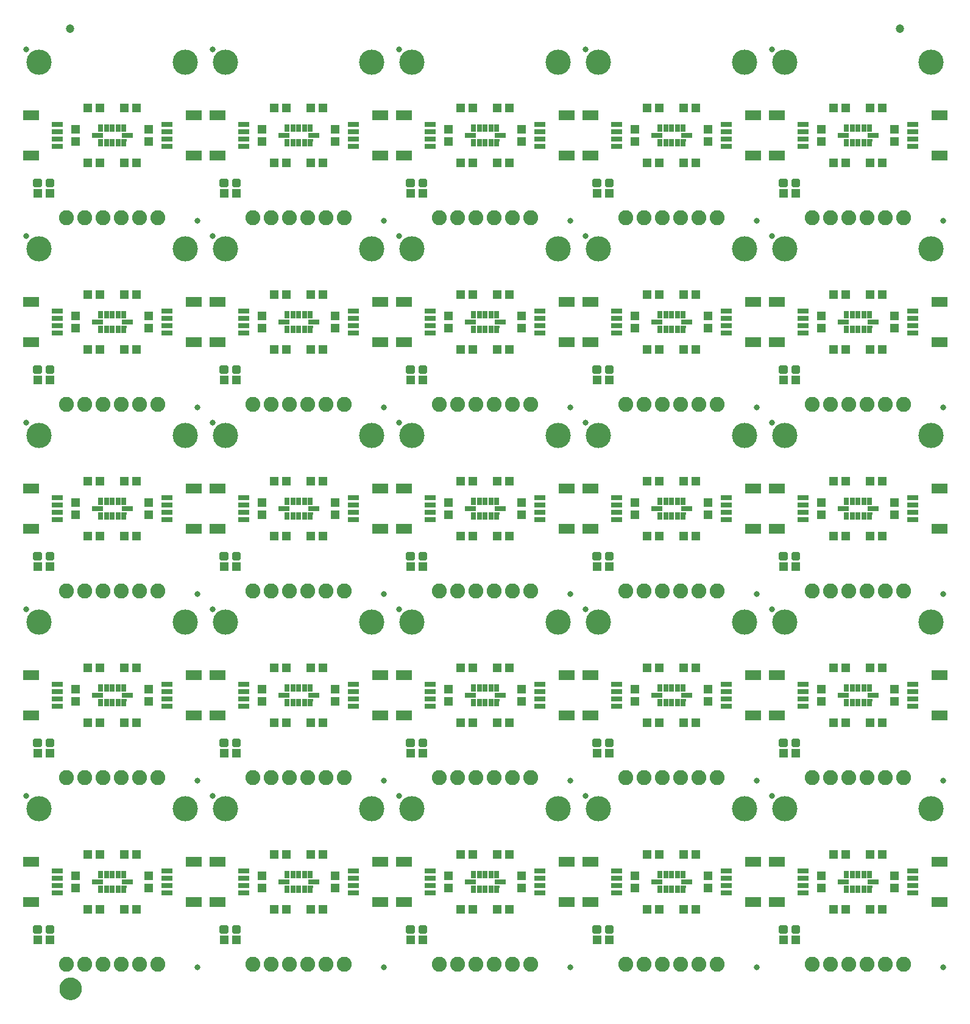
<source format=gts>
G75*
%MOIN*%
%OFA0B0*%
%FSLAX25Y25*%
%IPPOS*%
%LPD*%
%AMOC8*
5,1,8,0,0,1.08239X$1,22.5*
%
%ADD10C,0.13800*%
%ADD11C,0.03300*%
%ADD12R,0.05131X0.04737*%
%ADD13R,0.08674X0.05524*%
%ADD14R,0.06115X0.03162*%
%ADD15C,0.08200*%
%ADD16R,0.04737X0.05131*%
%ADD17R,0.02769X0.04343*%
%ADD18R,0.06312X0.02769*%
%ADD19R,0.02953X0.01772*%
%ADD20C,0.01990*%
%ADD21C,0.04737*%
%ADD22C,0.05000*%
%ADD23C,0.06706*%
D10*
X0043342Y0118750D03*
X0123342Y0118750D03*
X0145342Y0118750D03*
X0225342Y0118750D03*
X0247342Y0118750D03*
X0327342Y0118750D03*
X0349342Y0118750D03*
X0429342Y0118750D03*
X0451342Y0118750D03*
X0531342Y0118750D03*
X0531342Y0220750D03*
X0451342Y0220750D03*
X0429342Y0220750D03*
X0349342Y0220750D03*
X0327342Y0220750D03*
X0247342Y0220750D03*
X0225342Y0220750D03*
X0145342Y0220750D03*
X0123342Y0220750D03*
X0043342Y0220750D03*
X0043342Y0322750D03*
X0123342Y0322750D03*
X0145342Y0322750D03*
X0225342Y0322750D03*
X0247342Y0322750D03*
X0327342Y0322750D03*
X0349342Y0322750D03*
X0429342Y0322750D03*
X0451342Y0322750D03*
X0531342Y0322750D03*
X0531342Y0424750D03*
X0451342Y0424750D03*
X0429342Y0424750D03*
X0349342Y0424750D03*
X0327342Y0424750D03*
X0247342Y0424750D03*
X0225342Y0424750D03*
X0145342Y0424750D03*
X0123342Y0424750D03*
X0043342Y0424750D03*
X0043342Y0526750D03*
X0123342Y0526750D03*
X0145342Y0526750D03*
X0225342Y0526750D03*
X0247342Y0526750D03*
X0327342Y0526750D03*
X0349342Y0526750D03*
X0429342Y0526750D03*
X0451342Y0526750D03*
X0531342Y0526750D03*
D11*
X0444342Y0533750D03*
X0342342Y0533750D03*
X0333842Y0440250D03*
X0342342Y0431750D03*
X0435842Y0440250D03*
X0444342Y0431750D03*
X0537842Y0440250D03*
X0537842Y0338250D03*
X0444342Y0329750D03*
X0435842Y0338250D03*
X0342342Y0329750D03*
X0333842Y0338250D03*
X0240342Y0329750D03*
X0231842Y0338250D03*
X0138342Y0329750D03*
X0129842Y0338250D03*
X0036342Y0329750D03*
X0129842Y0236250D03*
X0138342Y0227750D03*
X0231842Y0236250D03*
X0240342Y0227750D03*
X0333842Y0236250D03*
X0342342Y0227750D03*
X0435842Y0236250D03*
X0444342Y0227750D03*
X0537842Y0236250D03*
X0537842Y0134250D03*
X0444342Y0125750D03*
X0435842Y0134250D03*
X0342342Y0125750D03*
X0333842Y0134250D03*
X0240342Y0125750D03*
X0231842Y0134250D03*
X0138342Y0125750D03*
X0129842Y0134250D03*
X0036342Y0125750D03*
X0129842Y0032250D03*
X0231842Y0032250D03*
X0333842Y0032250D03*
X0435842Y0032250D03*
X0537842Y0032250D03*
X0240342Y0431750D03*
X0231842Y0440250D03*
X0138342Y0431750D03*
X0129842Y0440250D03*
X0036342Y0431750D03*
X0036342Y0533750D03*
X0138342Y0533750D03*
X0240342Y0533750D03*
X0036342Y0227750D03*
D12*
X0042495Y0047250D03*
X0049188Y0047250D03*
X0069995Y0063750D03*
X0076688Y0063750D03*
X0089995Y0063750D03*
X0096688Y0063750D03*
X0096688Y0093750D03*
X0089995Y0093750D03*
X0076688Y0093750D03*
X0069995Y0093750D03*
X0049188Y0149250D03*
X0042495Y0149250D03*
X0069995Y0165750D03*
X0076688Y0165750D03*
X0089995Y0165750D03*
X0096688Y0165750D03*
X0096688Y0195750D03*
X0089995Y0195750D03*
X0076688Y0195750D03*
X0069995Y0195750D03*
X0049188Y0251250D03*
X0042495Y0251250D03*
X0069995Y0267750D03*
X0076688Y0267750D03*
X0089995Y0267750D03*
X0096688Y0267750D03*
X0096688Y0297750D03*
X0089995Y0297750D03*
X0076688Y0297750D03*
X0069995Y0297750D03*
X0049188Y0353250D03*
X0042495Y0353250D03*
X0069995Y0369750D03*
X0076688Y0369750D03*
X0089995Y0369750D03*
X0096688Y0369750D03*
X0096688Y0399750D03*
X0089995Y0399750D03*
X0076688Y0399750D03*
X0069995Y0399750D03*
X0049188Y0455250D03*
X0042495Y0455250D03*
X0069995Y0471750D03*
X0076688Y0471750D03*
X0089995Y0471750D03*
X0096688Y0471750D03*
X0096688Y0501750D03*
X0089995Y0501750D03*
X0076688Y0501750D03*
X0069995Y0501750D03*
X0144495Y0455250D03*
X0151188Y0455250D03*
X0171995Y0471750D03*
X0178688Y0471750D03*
X0191995Y0471750D03*
X0198688Y0471750D03*
X0198688Y0501750D03*
X0191995Y0501750D03*
X0178688Y0501750D03*
X0171995Y0501750D03*
X0246495Y0455250D03*
X0253188Y0455250D03*
X0273995Y0471750D03*
X0280688Y0471750D03*
X0293995Y0471750D03*
X0300688Y0471750D03*
X0300688Y0501750D03*
X0293995Y0501750D03*
X0280688Y0501750D03*
X0273995Y0501750D03*
X0348495Y0455250D03*
X0355188Y0455250D03*
X0375995Y0471750D03*
X0382688Y0471750D03*
X0395995Y0471750D03*
X0402688Y0471750D03*
X0402688Y0501750D03*
X0395995Y0501750D03*
X0382688Y0501750D03*
X0375995Y0501750D03*
X0450495Y0455250D03*
X0457188Y0455250D03*
X0477995Y0471750D03*
X0484688Y0471750D03*
X0497995Y0471750D03*
X0504688Y0471750D03*
X0504688Y0501750D03*
X0497995Y0501750D03*
X0484688Y0501750D03*
X0477995Y0501750D03*
X0477995Y0399750D03*
X0484688Y0399750D03*
X0497995Y0399750D03*
X0504688Y0399750D03*
X0504688Y0369750D03*
X0497995Y0369750D03*
X0484688Y0369750D03*
X0477995Y0369750D03*
X0457188Y0353250D03*
X0450495Y0353250D03*
X0402688Y0369750D03*
X0395995Y0369750D03*
X0382688Y0369750D03*
X0375995Y0369750D03*
X0355188Y0353250D03*
X0348495Y0353250D03*
X0300688Y0369750D03*
X0293995Y0369750D03*
X0280688Y0369750D03*
X0273995Y0369750D03*
X0253188Y0353250D03*
X0246495Y0353250D03*
X0198688Y0369750D03*
X0191995Y0369750D03*
X0178688Y0369750D03*
X0171995Y0369750D03*
X0151188Y0353250D03*
X0144495Y0353250D03*
X0171995Y0399750D03*
X0178688Y0399750D03*
X0191995Y0399750D03*
X0198688Y0399750D03*
X0273995Y0399750D03*
X0280688Y0399750D03*
X0293995Y0399750D03*
X0300688Y0399750D03*
X0375995Y0399750D03*
X0382688Y0399750D03*
X0395995Y0399750D03*
X0402688Y0399750D03*
X0402688Y0297750D03*
X0395995Y0297750D03*
X0382688Y0297750D03*
X0375995Y0297750D03*
X0375995Y0267750D03*
X0382688Y0267750D03*
X0395995Y0267750D03*
X0402688Y0267750D03*
X0355188Y0251250D03*
X0348495Y0251250D03*
X0300688Y0267750D03*
X0293995Y0267750D03*
X0280688Y0267750D03*
X0273995Y0267750D03*
X0253188Y0251250D03*
X0246495Y0251250D03*
X0198688Y0267750D03*
X0191995Y0267750D03*
X0178688Y0267750D03*
X0171995Y0267750D03*
X0151188Y0251250D03*
X0144495Y0251250D03*
X0171995Y0297750D03*
X0178688Y0297750D03*
X0191995Y0297750D03*
X0198688Y0297750D03*
X0273995Y0297750D03*
X0280688Y0297750D03*
X0293995Y0297750D03*
X0300688Y0297750D03*
X0300688Y0195750D03*
X0293995Y0195750D03*
X0280688Y0195750D03*
X0273995Y0195750D03*
X0273995Y0165750D03*
X0280688Y0165750D03*
X0293995Y0165750D03*
X0300688Y0165750D03*
X0253188Y0149250D03*
X0246495Y0149250D03*
X0198688Y0165750D03*
X0191995Y0165750D03*
X0178688Y0165750D03*
X0171995Y0165750D03*
X0151188Y0149250D03*
X0144495Y0149250D03*
X0171995Y0195750D03*
X0178688Y0195750D03*
X0191995Y0195750D03*
X0198688Y0195750D03*
X0198688Y0093750D03*
X0191995Y0093750D03*
X0178688Y0093750D03*
X0171995Y0093750D03*
X0171995Y0063750D03*
X0178688Y0063750D03*
X0191995Y0063750D03*
X0198688Y0063750D03*
X0151188Y0047250D03*
X0144495Y0047250D03*
X0246495Y0047250D03*
X0253188Y0047250D03*
X0273995Y0063750D03*
X0280688Y0063750D03*
X0293995Y0063750D03*
X0300688Y0063750D03*
X0300688Y0093750D03*
X0293995Y0093750D03*
X0280688Y0093750D03*
X0273995Y0093750D03*
X0348495Y0047250D03*
X0355188Y0047250D03*
X0375995Y0063750D03*
X0382688Y0063750D03*
X0395995Y0063750D03*
X0402688Y0063750D03*
X0402688Y0093750D03*
X0395995Y0093750D03*
X0382688Y0093750D03*
X0375995Y0093750D03*
X0355188Y0149250D03*
X0348495Y0149250D03*
X0375995Y0165750D03*
X0382688Y0165750D03*
X0395995Y0165750D03*
X0402688Y0165750D03*
X0402688Y0195750D03*
X0395995Y0195750D03*
X0382688Y0195750D03*
X0375995Y0195750D03*
X0450495Y0149250D03*
X0457188Y0149250D03*
X0477995Y0165750D03*
X0484688Y0165750D03*
X0497995Y0165750D03*
X0504688Y0165750D03*
X0504688Y0195750D03*
X0497995Y0195750D03*
X0484688Y0195750D03*
X0477995Y0195750D03*
X0457188Y0251250D03*
X0450495Y0251250D03*
X0477995Y0267750D03*
X0484688Y0267750D03*
X0497995Y0267750D03*
X0504688Y0267750D03*
X0504688Y0297750D03*
X0497995Y0297750D03*
X0484688Y0297750D03*
X0477995Y0297750D03*
X0477995Y0093750D03*
X0484688Y0093750D03*
X0497995Y0093750D03*
X0504688Y0093750D03*
X0504688Y0063750D03*
X0497995Y0063750D03*
X0484688Y0063750D03*
X0477995Y0063750D03*
X0457188Y0047250D03*
X0450495Y0047250D03*
D13*
X0446873Y0067726D03*
X0433810Y0067726D03*
X0433810Y0089774D03*
X0446873Y0089774D03*
X0446873Y0169726D03*
X0433810Y0169726D03*
X0433810Y0191774D03*
X0446873Y0191774D03*
X0446873Y0271726D03*
X0433810Y0271726D03*
X0433810Y0293774D03*
X0446873Y0293774D03*
X0446873Y0373726D03*
X0433810Y0373726D03*
X0433810Y0395774D03*
X0446873Y0395774D03*
X0446873Y0475726D03*
X0433810Y0475726D03*
X0433810Y0497774D03*
X0446873Y0497774D03*
X0535810Y0497774D03*
X0535810Y0475726D03*
X0535810Y0395774D03*
X0535810Y0373726D03*
X0535810Y0293774D03*
X0535810Y0271726D03*
X0535810Y0191774D03*
X0535810Y0169726D03*
X0535810Y0089774D03*
X0535810Y0067726D03*
X0344873Y0067726D03*
X0331810Y0067726D03*
X0331810Y0089774D03*
X0344873Y0089774D03*
X0344873Y0169726D03*
X0331810Y0169726D03*
X0331810Y0191774D03*
X0344873Y0191774D03*
X0344873Y0271726D03*
X0331810Y0271726D03*
X0331810Y0293774D03*
X0344873Y0293774D03*
X0344873Y0373726D03*
X0331810Y0373726D03*
X0331810Y0395774D03*
X0344873Y0395774D03*
X0344873Y0475726D03*
X0331810Y0475726D03*
X0331810Y0497774D03*
X0344873Y0497774D03*
X0242873Y0497774D03*
X0229810Y0497774D03*
X0229810Y0475726D03*
X0242873Y0475726D03*
X0242873Y0395774D03*
X0229810Y0395774D03*
X0229810Y0373726D03*
X0242873Y0373726D03*
X0242873Y0293774D03*
X0229810Y0293774D03*
X0229810Y0271726D03*
X0242873Y0271726D03*
X0242873Y0191774D03*
X0229810Y0191774D03*
X0229810Y0169726D03*
X0242873Y0169726D03*
X0242873Y0089774D03*
X0229810Y0089774D03*
X0229810Y0067726D03*
X0242873Y0067726D03*
X0140873Y0067726D03*
X0127810Y0067726D03*
X0127810Y0089774D03*
X0140873Y0089774D03*
X0140873Y0169726D03*
X0127810Y0169726D03*
X0127810Y0191774D03*
X0140873Y0191774D03*
X0140873Y0271726D03*
X0127810Y0271726D03*
X0127810Y0293774D03*
X0140873Y0293774D03*
X0140873Y0373726D03*
X0127810Y0373726D03*
X0127810Y0395774D03*
X0140873Y0395774D03*
X0140873Y0475726D03*
X0127810Y0475726D03*
X0127810Y0497774D03*
X0140873Y0497774D03*
X0038873Y0497774D03*
X0038873Y0475726D03*
X0038873Y0395774D03*
X0038873Y0373726D03*
X0038873Y0293774D03*
X0038873Y0271726D03*
X0038873Y0191774D03*
X0038873Y0169726D03*
X0038873Y0089774D03*
X0038873Y0067726D03*
D14*
X0053342Y0072844D03*
X0053342Y0076781D03*
X0053342Y0080719D03*
X0053342Y0084656D03*
X0113342Y0084656D03*
X0113342Y0080719D03*
X0113342Y0076781D03*
X0113342Y0072844D03*
X0155342Y0072844D03*
X0155342Y0076781D03*
X0155342Y0080719D03*
X0155342Y0084656D03*
X0215342Y0084656D03*
X0215342Y0080719D03*
X0215342Y0076781D03*
X0215342Y0072844D03*
X0257342Y0072844D03*
X0257342Y0076781D03*
X0257342Y0080719D03*
X0257342Y0084656D03*
X0317342Y0084656D03*
X0317342Y0080719D03*
X0317342Y0076781D03*
X0317342Y0072844D03*
X0359342Y0072844D03*
X0359342Y0076781D03*
X0359342Y0080719D03*
X0359342Y0084656D03*
X0419342Y0084656D03*
X0419342Y0080719D03*
X0419342Y0076781D03*
X0419342Y0072844D03*
X0461342Y0072844D03*
X0461342Y0076781D03*
X0461342Y0080719D03*
X0461342Y0084656D03*
X0521342Y0084656D03*
X0521342Y0080719D03*
X0521342Y0076781D03*
X0521342Y0072844D03*
X0521342Y0174844D03*
X0521342Y0178781D03*
X0521342Y0182719D03*
X0521342Y0186656D03*
X0461342Y0186656D03*
X0461342Y0182719D03*
X0461342Y0178781D03*
X0461342Y0174844D03*
X0419342Y0174844D03*
X0419342Y0178781D03*
X0419342Y0182719D03*
X0419342Y0186656D03*
X0359342Y0186656D03*
X0359342Y0182719D03*
X0359342Y0178781D03*
X0359342Y0174844D03*
X0317342Y0174844D03*
X0317342Y0178781D03*
X0317342Y0182719D03*
X0317342Y0186656D03*
X0257342Y0186656D03*
X0257342Y0182719D03*
X0257342Y0178781D03*
X0257342Y0174844D03*
X0215342Y0174844D03*
X0215342Y0178781D03*
X0215342Y0182719D03*
X0215342Y0186656D03*
X0155342Y0186656D03*
X0155342Y0182719D03*
X0155342Y0178781D03*
X0155342Y0174844D03*
X0113342Y0174844D03*
X0113342Y0178781D03*
X0113342Y0182719D03*
X0113342Y0186656D03*
X0053342Y0186656D03*
X0053342Y0182719D03*
X0053342Y0178781D03*
X0053342Y0174844D03*
X0053342Y0276844D03*
X0053342Y0280781D03*
X0053342Y0284719D03*
X0053342Y0288656D03*
X0113342Y0288656D03*
X0113342Y0284719D03*
X0113342Y0280781D03*
X0113342Y0276844D03*
X0155342Y0276844D03*
X0155342Y0280781D03*
X0155342Y0284719D03*
X0155342Y0288656D03*
X0215342Y0288656D03*
X0215342Y0284719D03*
X0215342Y0280781D03*
X0215342Y0276844D03*
X0257342Y0276844D03*
X0257342Y0280781D03*
X0257342Y0284719D03*
X0257342Y0288656D03*
X0317342Y0288656D03*
X0317342Y0284719D03*
X0317342Y0280781D03*
X0317342Y0276844D03*
X0359342Y0276844D03*
X0359342Y0280781D03*
X0359342Y0284719D03*
X0359342Y0288656D03*
X0419342Y0288656D03*
X0419342Y0284719D03*
X0419342Y0280781D03*
X0419342Y0276844D03*
X0461342Y0276844D03*
X0461342Y0280781D03*
X0461342Y0284719D03*
X0461342Y0288656D03*
X0521342Y0288656D03*
X0521342Y0284719D03*
X0521342Y0280781D03*
X0521342Y0276844D03*
X0521342Y0378844D03*
X0521342Y0382781D03*
X0521342Y0386719D03*
X0521342Y0390656D03*
X0461342Y0390656D03*
X0461342Y0386719D03*
X0461342Y0382781D03*
X0461342Y0378844D03*
X0419342Y0378844D03*
X0419342Y0382781D03*
X0419342Y0386719D03*
X0419342Y0390656D03*
X0359342Y0390656D03*
X0359342Y0386719D03*
X0359342Y0382781D03*
X0359342Y0378844D03*
X0317342Y0378844D03*
X0317342Y0382781D03*
X0317342Y0386719D03*
X0317342Y0390656D03*
X0257342Y0390656D03*
X0257342Y0386719D03*
X0257342Y0382781D03*
X0257342Y0378844D03*
X0215342Y0378844D03*
X0215342Y0382781D03*
X0215342Y0386719D03*
X0215342Y0390656D03*
X0155342Y0390656D03*
X0155342Y0386719D03*
X0155342Y0382781D03*
X0155342Y0378844D03*
X0113342Y0378844D03*
X0113342Y0382781D03*
X0113342Y0386719D03*
X0113342Y0390656D03*
X0053342Y0390656D03*
X0053342Y0386719D03*
X0053342Y0382781D03*
X0053342Y0378844D03*
X0053342Y0480844D03*
X0053342Y0484781D03*
X0053342Y0488719D03*
X0053342Y0492656D03*
X0113342Y0492656D03*
X0113342Y0488719D03*
X0113342Y0484781D03*
X0113342Y0480844D03*
X0155342Y0480844D03*
X0155342Y0484781D03*
X0155342Y0488719D03*
X0155342Y0492656D03*
X0215342Y0492656D03*
X0215342Y0488719D03*
X0215342Y0484781D03*
X0215342Y0480844D03*
X0257342Y0480844D03*
X0257342Y0484781D03*
X0257342Y0488719D03*
X0257342Y0492656D03*
X0317342Y0492656D03*
X0317342Y0488719D03*
X0317342Y0484781D03*
X0317342Y0480844D03*
X0359342Y0480844D03*
X0359342Y0484781D03*
X0359342Y0488719D03*
X0359342Y0492656D03*
X0419342Y0492656D03*
X0419342Y0488719D03*
X0419342Y0484781D03*
X0419342Y0480844D03*
X0461342Y0480844D03*
X0461342Y0484781D03*
X0461342Y0488719D03*
X0461342Y0492656D03*
X0521342Y0492656D03*
X0521342Y0488719D03*
X0521342Y0484781D03*
X0521342Y0480844D03*
D15*
X0516342Y0441750D03*
X0506342Y0441750D03*
X0496342Y0441750D03*
X0486342Y0441750D03*
X0476342Y0441750D03*
X0466342Y0441750D03*
X0414342Y0441750D03*
X0404342Y0441750D03*
X0394342Y0441750D03*
X0384342Y0441750D03*
X0374342Y0441750D03*
X0364342Y0441750D03*
X0312342Y0441750D03*
X0302342Y0441750D03*
X0292342Y0441750D03*
X0282342Y0441750D03*
X0272342Y0441750D03*
X0262342Y0441750D03*
X0210342Y0441750D03*
X0200342Y0441750D03*
X0190342Y0441750D03*
X0180342Y0441750D03*
X0170342Y0441750D03*
X0160342Y0441750D03*
X0108342Y0441750D03*
X0098342Y0441750D03*
X0088342Y0441750D03*
X0078342Y0441750D03*
X0068342Y0441750D03*
X0058342Y0441750D03*
X0058342Y0339750D03*
X0068342Y0339750D03*
X0078342Y0339750D03*
X0088342Y0339750D03*
X0098342Y0339750D03*
X0108342Y0339750D03*
X0160342Y0339750D03*
X0170342Y0339750D03*
X0180342Y0339750D03*
X0190342Y0339750D03*
X0200342Y0339750D03*
X0210342Y0339750D03*
X0262342Y0339750D03*
X0272342Y0339750D03*
X0282342Y0339750D03*
X0292342Y0339750D03*
X0302342Y0339750D03*
X0312342Y0339750D03*
X0364342Y0339750D03*
X0374342Y0339750D03*
X0384342Y0339750D03*
X0394342Y0339750D03*
X0404342Y0339750D03*
X0414342Y0339750D03*
X0466342Y0339750D03*
X0476342Y0339750D03*
X0486342Y0339750D03*
X0496342Y0339750D03*
X0506342Y0339750D03*
X0516342Y0339750D03*
X0516342Y0237750D03*
X0506342Y0237750D03*
X0496342Y0237750D03*
X0486342Y0237750D03*
X0476342Y0237750D03*
X0466342Y0237750D03*
X0414342Y0237750D03*
X0404342Y0237750D03*
X0394342Y0237750D03*
X0384342Y0237750D03*
X0374342Y0237750D03*
X0364342Y0237750D03*
X0312342Y0237750D03*
X0302342Y0237750D03*
X0292342Y0237750D03*
X0282342Y0237750D03*
X0272342Y0237750D03*
X0262342Y0237750D03*
X0210342Y0237750D03*
X0200342Y0237750D03*
X0190342Y0237750D03*
X0180342Y0237750D03*
X0170342Y0237750D03*
X0160342Y0237750D03*
X0108342Y0237750D03*
X0098342Y0237750D03*
X0088342Y0237750D03*
X0078342Y0237750D03*
X0068342Y0237750D03*
X0058342Y0237750D03*
X0058342Y0135750D03*
X0068342Y0135750D03*
X0078342Y0135750D03*
X0088342Y0135750D03*
X0098342Y0135750D03*
X0108342Y0135750D03*
X0160342Y0135750D03*
X0170342Y0135750D03*
X0180342Y0135750D03*
X0190342Y0135750D03*
X0200342Y0135750D03*
X0210342Y0135750D03*
X0262342Y0135750D03*
X0272342Y0135750D03*
X0282342Y0135750D03*
X0292342Y0135750D03*
X0302342Y0135750D03*
X0312342Y0135750D03*
X0364342Y0135750D03*
X0374342Y0135750D03*
X0384342Y0135750D03*
X0394342Y0135750D03*
X0404342Y0135750D03*
X0414342Y0135750D03*
X0466342Y0135750D03*
X0476342Y0135750D03*
X0486342Y0135750D03*
X0496342Y0135750D03*
X0506342Y0135750D03*
X0516342Y0135750D03*
X0516342Y0033750D03*
X0506342Y0033750D03*
X0496342Y0033750D03*
X0486342Y0033750D03*
X0476342Y0033750D03*
X0466342Y0033750D03*
X0414342Y0033750D03*
X0404342Y0033750D03*
X0394342Y0033750D03*
X0384342Y0033750D03*
X0374342Y0033750D03*
X0364342Y0033750D03*
X0312342Y0033750D03*
X0302342Y0033750D03*
X0292342Y0033750D03*
X0282342Y0033750D03*
X0272342Y0033750D03*
X0262342Y0033750D03*
X0210342Y0033750D03*
X0200342Y0033750D03*
X0190342Y0033750D03*
X0180342Y0033750D03*
X0170342Y0033750D03*
X0160342Y0033750D03*
X0108342Y0033750D03*
X0098342Y0033750D03*
X0088342Y0033750D03*
X0078342Y0033750D03*
X0068342Y0033750D03*
X0058342Y0033750D03*
D16*
X0063342Y0075404D03*
X0063342Y0082096D03*
X0103342Y0082096D03*
X0103342Y0075404D03*
X0165342Y0075404D03*
X0165342Y0082096D03*
X0205342Y0082096D03*
X0205342Y0075404D03*
X0267342Y0075404D03*
X0267342Y0082096D03*
X0307342Y0082096D03*
X0307342Y0075404D03*
X0369342Y0075404D03*
X0369342Y0082096D03*
X0409342Y0082096D03*
X0409342Y0075404D03*
X0471342Y0075404D03*
X0471342Y0082096D03*
X0511342Y0082096D03*
X0511342Y0075404D03*
X0511342Y0177404D03*
X0511342Y0184096D03*
X0471342Y0184096D03*
X0471342Y0177404D03*
X0409342Y0177404D03*
X0409342Y0184096D03*
X0369342Y0184096D03*
X0369342Y0177404D03*
X0307342Y0177404D03*
X0307342Y0184096D03*
X0267342Y0184096D03*
X0267342Y0177404D03*
X0205342Y0177404D03*
X0205342Y0184096D03*
X0165342Y0184096D03*
X0165342Y0177404D03*
X0103342Y0177404D03*
X0103342Y0184096D03*
X0063342Y0184096D03*
X0063342Y0177404D03*
X0063342Y0279404D03*
X0063342Y0286096D03*
X0103342Y0286096D03*
X0103342Y0279404D03*
X0165342Y0279404D03*
X0165342Y0286096D03*
X0205342Y0286096D03*
X0205342Y0279404D03*
X0267342Y0279404D03*
X0267342Y0286096D03*
X0307342Y0286096D03*
X0307342Y0279404D03*
X0369342Y0279404D03*
X0369342Y0286096D03*
X0409342Y0286096D03*
X0409342Y0279404D03*
X0471342Y0279404D03*
X0471342Y0286096D03*
X0511342Y0286096D03*
X0511342Y0279404D03*
X0511342Y0381404D03*
X0511342Y0388096D03*
X0471342Y0388096D03*
X0471342Y0381404D03*
X0409342Y0381404D03*
X0409342Y0388096D03*
X0369342Y0388096D03*
X0369342Y0381404D03*
X0307342Y0381404D03*
X0307342Y0388096D03*
X0267342Y0388096D03*
X0267342Y0381404D03*
X0205342Y0381404D03*
X0205342Y0388096D03*
X0165342Y0388096D03*
X0165342Y0381404D03*
X0103342Y0381404D03*
X0103342Y0388096D03*
X0063342Y0388096D03*
X0063342Y0381404D03*
X0063342Y0483404D03*
X0063342Y0490096D03*
X0103342Y0490096D03*
X0103342Y0483404D03*
X0165342Y0483404D03*
X0165342Y0490096D03*
X0205342Y0490096D03*
X0205342Y0483404D03*
X0267342Y0483404D03*
X0267342Y0490096D03*
X0307342Y0490096D03*
X0307342Y0483404D03*
X0369342Y0483404D03*
X0369342Y0490096D03*
X0409342Y0490096D03*
X0409342Y0483404D03*
X0471342Y0483404D03*
X0471342Y0490096D03*
X0511342Y0490096D03*
X0511342Y0483404D03*
D17*
X0497641Y0482813D03*
X0494491Y0482813D03*
X0491342Y0482813D03*
X0488192Y0482813D03*
X0485043Y0482813D03*
X0485043Y0490687D03*
X0488192Y0490687D03*
X0491342Y0490687D03*
X0494491Y0490687D03*
X0497641Y0490687D03*
X0395641Y0490687D03*
X0392491Y0490687D03*
X0389342Y0490687D03*
X0386192Y0490687D03*
X0383043Y0490687D03*
X0383043Y0482813D03*
X0386192Y0482813D03*
X0389342Y0482813D03*
X0392491Y0482813D03*
X0395641Y0482813D03*
X0395641Y0388687D03*
X0392491Y0388687D03*
X0389342Y0388687D03*
X0386192Y0388687D03*
X0383043Y0388687D03*
X0383043Y0380813D03*
X0386192Y0380813D03*
X0389342Y0380813D03*
X0392491Y0380813D03*
X0395641Y0380813D03*
X0485043Y0380813D03*
X0488192Y0380813D03*
X0491342Y0380813D03*
X0494491Y0380813D03*
X0497641Y0380813D03*
X0497641Y0388687D03*
X0494491Y0388687D03*
X0491342Y0388687D03*
X0488192Y0388687D03*
X0485043Y0388687D03*
X0485043Y0286687D03*
X0488192Y0286687D03*
X0491342Y0286687D03*
X0494491Y0286687D03*
X0497641Y0286687D03*
X0497641Y0278813D03*
X0494491Y0278813D03*
X0491342Y0278813D03*
X0488192Y0278813D03*
X0485043Y0278813D03*
X0395641Y0278813D03*
X0392491Y0278813D03*
X0389342Y0278813D03*
X0386192Y0278813D03*
X0383043Y0278813D03*
X0383043Y0286687D03*
X0386192Y0286687D03*
X0389342Y0286687D03*
X0392491Y0286687D03*
X0395641Y0286687D03*
X0293641Y0286687D03*
X0290491Y0286687D03*
X0287342Y0286687D03*
X0284192Y0286687D03*
X0281043Y0286687D03*
X0281043Y0278813D03*
X0284192Y0278813D03*
X0287342Y0278813D03*
X0290491Y0278813D03*
X0293641Y0278813D03*
X0293641Y0184687D03*
X0290491Y0184687D03*
X0287342Y0184687D03*
X0284192Y0184687D03*
X0281043Y0184687D03*
X0281043Y0176813D03*
X0284192Y0176813D03*
X0287342Y0176813D03*
X0290491Y0176813D03*
X0293641Y0176813D03*
X0383043Y0176813D03*
X0386192Y0176813D03*
X0389342Y0176813D03*
X0392491Y0176813D03*
X0395641Y0176813D03*
X0395641Y0184687D03*
X0392491Y0184687D03*
X0389342Y0184687D03*
X0386192Y0184687D03*
X0383043Y0184687D03*
X0485043Y0184687D03*
X0488192Y0184687D03*
X0491342Y0184687D03*
X0494491Y0184687D03*
X0497641Y0184687D03*
X0497641Y0176813D03*
X0494491Y0176813D03*
X0491342Y0176813D03*
X0488192Y0176813D03*
X0485043Y0176813D03*
X0485043Y0082687D03*
X0488192Y0082687D03*
X0491342Y0082687D03*
X0494491Y0082687D03*
X0497641Y0082687D03*
X0497641Y0074813D03*
X0494491Y0074813D03*
X0491342Y0074813D03*
X0488192Y0074813D03*
X0485043Y0074813D03*
X0395641Y0074813D03*
X0392491Y0074813D03*
X0389342Y0074813D03*
X0386192Y0074813D03*
X0383043Y0074813D03*
X0383043Y0082687D03*
X0386192Y0082687D03*
X0389342Y0082687D03*
X0392491Y0082687D03*
X0395641Y0082687D03*
X0293641Y0082687D03*
X0290491Y0082687D03*
X0287342Y0082687D03*
X0284192Y0082687D03*
X0281043Y0082687D03*
X0281043Y0074813D03*
X0284192Y0074813D03*
X0287342Y0074813D03*
X0290491Y0074813D03*
X0293641Y0074813D03*
X0191641Y0074813D03*
X0188491Y0074813D03*
X0185342Y0074813D03*
X0182192Y0074813D03*
X0179043Y0074813D03*
X0179043Y0082687D03*
X0182192Y0082687D03*
X0185342Y0082687D03*
X0188491Y0082687D03*
X0191641Y0082687D03*
X0191641Y0176813D03*
X0188491Y0176813D03*
X0185342Y0176813D03*
X0182192Y0176813D03*
X0179043Y0176813D03*
X0179043Y0184687D03*
X0182192Y0184687D03*
X0185342Y0184687D03*
X0188491Y0184687D03*
X0191641Y0184687D03*
X0191641Y0278813D03*
X0188491Y0278813D03*
X0185342Y0278813D03*
X0182192Y0278813D03*
X0179043Y0278813D03*
X0179043Y0286687D03*
X0182192Y0286687D03*
X0185342Y0286687D03*
X0188491Y0286687D03*
X0191641Y0286687D03*
X0191641Y0380813D03*
X0188491Y0380813D03*
X0185342Y0380813D03*
X0182192Y0380813D03*
X0179043Y0380813D03*
X0179043Y0388687D03*
X0182192Y0388687D03*
X0185342Y0388687D03*
X0188491Y0388687D03*
X0191641Y0388687D03*
X0281043Y0388687D03*
X0284192Y0388687D03*
X0287342Y0388687D03*
X0290491Y0388687D03*
X0293641Y0388687D03*
X0293641Y0380813D03*
X0290491Y0380813D03*
X0287342Y0380813D03*
X0284192Y0380813D03*
X0281043Y0380813D03*
X0281043Y0482813D03*
X0284192Y0482813D03*
X0287342Y0482813D03*
X0290491Y0482813D03*
X0293641Y0482813D03*
X0293641Y0490687D03*
X0290491Y0490687D03*
X0287342Y0490687D03*
X0284192Y0490687D03*
X0281043Y0490687D03*
X0191641Y0490687D03*
X0188491Y0490687D03*
X0185342Y0490687D03*
X0182192Y0490687D03*
X0179043Y0490687D03*
X0179043Y0482813D03*
X0182192Y0482813D03*
X0185342Y0482813D03*
X0188491Y0482813D03*
X0191641Y0482813D03*
X0089641Y0482813D03*
X0086491Y0482813D03*
X0083342Y0482813D03*
X0080192Y0482813D03*
X0077043Y0482813D03*
X0077043Y0490687D03*
X0080192Y0490687D03*
X0083342Y0490687D03*
X0086491Y0490687D03*
X0089641Y0490687D03*
X0089641Y0388687D03*
X0086491Y0388687D03*
X0083342Y0388687D03*
X0080192Y0388687D03*
X0077043Y0388687D03*
X0077043Y0380813D03*
X0080192Y0380813D03*
X0083342Y0380813D03*
X0086491Y0380813D03*
X0089641Y0380813D03*
X0089641Y0286687D03*
X0086491Y0286687D03*
X0083342Y0286687D03*
X0080192Y0286687D03*
X0077043Y0286687D03*
X0077043Y0278813D03*
X0080192Y0278813D03*
X0083342Y0278813D03*
X0086491Y0278813D03*
X0089641Y0278813D03*
X0089641Y0184687D03*
X0086491Y0184687D03*
X0083342Y0184687D03*
X0080192Y0184687D03*
X0077043Y0184687D03*
X0077043Y0176813D03*
X0080192Y0176813D03*
X0083342Y0176813D03*
X0086491Y0176813D03*
X0089641Y0176813D03*
X0089641Y0082687D03*
X0086491Y0082687D03*
X0083342Y0082687D03*
X0080192Y0082687D03*
X0077043Y0082687D03*
X0077043Y0074813D03*
X0080192Y0074813D03*
X0083342Y0074813D03*
X0086491Y0074813D03*
X0089641Y0074813D03*
D18*
X0091413Y0078750D03*
X0075271Y0078750D03*
X0177271Y0078750D03*
X0193413Y0078750D03*
X0279271Y0078750D03*
X0295413Y0078750D03*
X0381271Y0078750D03*
X0397413Y0078750D03*
X0483271Y0078750D03*
X0499413Y0078750D03*
X0499413Y0180750D03*
X0483271Y0180750D03*
X0397413Y0180750D03*
X0381271Y0180750D03*
X0295413Y0180750D03*
X0279271Y0180750D03*
X0193413Y0180750D03*
X0177271Y0180750D03*
X0091413Y0180750D03*
X0075271Y0180750D03*
X0075271Y0282750D03*
X0091413Y0282750D03*
X0177271Y0282750D03*
X0193413Y0282750D03*
X0279271Y0282750D03*
X0295413Y0282750D03*
X0381271Y0282750D03*
X0397413Y0282750D03*
X0483271Y0282750D03*
X0499413Y0282750D03*
X0499413Y0384750D03*
X0483271Y0384750D03*
X0397413Y0384750D03*
X0381271Y0384750D03*
X0295413Y0384750D03*
X0279271Y0384750D03*
X0193413Y0384750D03*
X0177271Y0384750D03*
X0091413Y0384750D03*
X0075271Y0384750D03*
X0075271Y0486750D03*
X0091413Y0486750D03*
X0177271Y0486750D03*
X0193413Y0486750D03*
X0279271Y0486750D03*
X0295413Y0486750D03*
X0381271Y0486750D03*
X0397413Y0486750D03*
X0483271Y0486750D03*
X0499413Y0486750D03*
D19*
X0497739Y0484093D03*
X0395739Y0484093D03*
X0293739Y0484093D03*
X0191739Y0484093D03*
X0089739Y0484093D03*
X0089739Y0382093D03*
X0191739Y0382093D03*
X0293739Y0382093D03*
X0395739Y0382093D03*
X0497739Y0382093D03*
X0497739Y0280093D03*
X0395739Y0280093D03*
X0293739Y0280093D03*
X0191739Y0280093D03*
X0089739Y0280093D03*
X0089739Y0178093D03*
X0191739Y0178093D03*
X0293739Y0178093D03*
X0395739Y0178093D03*
X0497739Y0178093D03*
X0497739Y0076093D03*
X0395739Y0076093D03*
X0293739Y0076093D03*
X0191739Y0076093D03*
X0089739Y0076093D03*
D20*
X0047922Y0054123D02*
X0047922Y0051377D01*
X0047922Y0054123D02*
X0050668Y0054123D01*
X0050668Y0051377D01*
X0047922Y0051377D01*
X0047922Y0053267D02*
X0050668Y0053267D01*
X0041016Y0054123D02*
X0041016Y0051377D01*
X0041016Y0054123D02*
X0043762Y0054123D01*
X0043762Y0051377D01*
X0041016Y0051377D01*
X0041016Y0053267D02*
X0043762Y0053267D01*
X0143016Y0054123D02*
X0143016Y0051377D01*
X0143016Y0054123D02*
X0145762Y0054123D01*
X0145762Y0051377D01*
X0143016Y0051377D01*
X0143016Y0053267D02*
X0145762Y0053267D01*
X0149922Y0054123D02*
X0149922Y0051377D01*
X0149922Y0054123D02*
X0152668Y0054123D01*
X0152668Y0051377D01*
X0149922Y0051377D01*
X0149922Y0053267D02*
X0152668Y0053267D01*
X0245016Y0054123D02*
X0245016Y0051377D01*
X0245016Y0054123D02*
X0247762Y0054123D01*
X0247762Y0051377D01*
X0245016Y0051377D01*
X0245016Y0053267D02*
X0247762Y0053267D01*
X0251922Y0054123D02*
X0251922Y0051377D01*
X0251922Y0054123D02*
X0254668Y0054123D01*
X0254668Y0051377D01*
X0251922Y0051377D01*
X0251922Y0053267D02*
X0254668Y0053267D01*
X0347016Y0054123D02*
X0347016Y0051377D01*
X0347016Y0054123D02*
X0349762Y0054123D01*
X0349762Y0051377D01*
X0347016Y0051377D01*
X0347016Y0053267D02*
X0349762Y0053267D01*
X0353922Y0054123D02*
X0353922Y0051377D01*
X0353922Y0054123D02*
X0356668Y0054123D01*
X0356668Y0051377D01*
X0353922Y0051377D01*
X0353922Y0053267D02*
X0356668Y0053267D01*
X0449016Y0054123D02*
X0449016Y0051377D01*
X0449016Y0054123D02*
X0451762Y0054123D01*
X0451762Y0051377D01*
X0449016Y0051377D01*
X0449016Y0053267D02*
X0451762Y0053267D01*
X0455922Y0054123D02*
X0455922Y0051377D01*
X0455922Y0054123D02*
X0458668Y0054123D01*
X0458668Y0051377D01*
X0455922Y0051377D01*
X0455922Y0053267D02*
X0458668Y0053267D01*
X0455922Y0153377D02*
X0455922Y0156123D01*
X0458668Y0156123D01*
X0458668Y0153377D01*
X0455922Y0153377D01*
X0455922Y0155267D02*
X0458668Y0155267D01*
X0449016Y0156123D02*
X0449016Y0153377D01*
X0449016Y0156123D02*
X0451762Y0156123D01*
X0451762Y0153377D01*
X0449016Y0153377D01*
X0449016Y0155267D02*
X0451762Y0155267D01*
X0353922Y0156123D02*
X0353922Y0153377D01*
X0353922Y0156123D02*
X0356668Y0156123D01*
X0356668Y0153377D01*
X0353922Y0153377D01*
X0353922Y0155267D02*
X0356668Y0155267D01*
X0347016Y0156123D02*
X0347016Y0153377D01*
X0347016Y0156123D02*
X0349762Y0156123D01*
X0349762Y0153377D01*
X0347016Y0153377D01*
X0347016Y0155267D02*
X0349762Y0155267D01*
X0251922Y0156123D02*
X0251922Y0153377D01*
X0251922Y0156123D02*
X0254668Y0156123D01*
X0254668Y0153377D01*
X0251922Y0153377D01*
X0251922Y0155267D02*
X0254668Y0155267D01*
X0245016Y0156123D02*
X0245016Y0153377D01*
X0245016Y0156123D02*
X0247762Y0156123D01*
X0247762Y0153377D01*
X0245016Y0153377D01*
X0245016Y0155267D02*
X0247762Y0155267D01*
X0149922Y0156123D02*
X0149922Y0153377D01*
X0149922Y0156123D02*
X0152668Y0156123D01*
X0152668Y0153377D01*
X0149922Y0153377D01*
X0149922Y0155267D02*
X0152668Y0155267D01*
X0143016Y0156123D02*
X0143016Y0153377D01*
X0143016Y0156123D02*
X0145762Y0156123D01*
X0145762Y0153377D01*
X0143016Y0153377D01*
X0143016Y0155267D02*
X0145762Y0155267D01*
X0047922Y0156123D02*
X0047922Y0153377D01*
X0047922Y0156123D02*
X0050668Y0156123D01*
X0050668Y0153377D01*
X0047922Y0153377D01*
X0047922Y0155267D02*
X0050668Y0155267D01*
X0041016Y0156123D02*
X0041016Y0153377D01*
X0041016Y0156123D02*
X0043762Y0156123D01*
X0043762Y0153377D01*
X0041016Y0153377D01*
X0041016Y0155267D02*
X0043762Y0155267D01*
X0041016Y0255377D02*
X0041016Y0258123D01*
X0043762Y0258123D01*
X0043762Y0255377D01*
X0041016Y0255377D01*
X0041016Y0257267D02*
X0043762Y0257267D01*
X0047922Y0258123D02*
X0047922Y0255377D01*
X0047922Y0258123D02*
X0050668Y0258123D01*
X0050668Y0255377D01*
X0047922Y0255377D01*
X0047922Y0257267D02*
X0050668Y0257267D01*
X0143016Y0258123D02*
X0143016Y0255377D01*
X0143016Y0258123D02*
X0145762Y0258123D01*
X0145762Y0255377D01*
X0143016Y0255377D01*
X0143016Y0257267D02*
X0145762Y0257267D01*
X0149922Y0258123D02*
X0149922Y0255377D01*
X0149922Y0258123D02*
X0152668Y0258123D01*
X0152668Y0255377D01*
X0149922Y0255377D01*
X0149922Y0257267D02*
X0152668Y0257267D01*
X0245016Y0258123D02*
X0245016Y0255377D01*
X0245016Y0258123D02*
X0247762Y0258123D01*
X0247762Y0255377D01*
X0245016Y0255377D01*
X0245016Y0257267D02*
X0247762Y0257267D01*
X0251922Y0258123D02*
X0251922Y0255377D01*
X0251922Y0258123D02*
X0254668Y0258123D01*
X0254668Y0255377D01*
X0251922Y0255377D01*
X0251922Y0257267D02*
X0254668Y0257267D01*
X0347016Y0258123D02*
X0347016Y0255377D01*
X0347016Y0258123D02*
X0349762Y0258123D01*
X0349762Y0255377D01*
X0347016Y0255377D01*
X0347016Y0257267D02*
X0349762Y0257267D01*
X0353922Y0258123D02*
X0353922Y0255377D01*
X0353922Y0258123D02*
X0356668Y0258123D01*
X0356668Y0255377D01*
X0353922Y0255377D01*
X0353922Y0257267D02*
X0356668Y0257267D01*
X0449016Y0258123D02*
X0449016Y0255377D01*
X0449016Y0258123D02*
X0451762Y0258123D01*
X0451762Y0255377D01*
X0449016Y0255377D01*
X0449016Y0257267D02*
X0451762Y0257267D01*
X0455922Y0258123D02*
X0455922Y0255377D01*
X0455922Y0258123D02*
X0458668Y0258123D01*
X0458668Y0255377D01*
X0455922Y0255377D01*
X0455922Y0257267D02*
X0458668Y0257267D01*
X0455922Y0357377D02*
X0455922Y0360123D01*
X0458668Y0360123D01*
X0458668Y0357377D01*
X0455922Y0357377D01*
X0455922Y0359267D02*
X0458668Y0359267D01*
X0449016Y0360123D02*
X0449016Y0357377D01*
X0449016Y0360123D02*
X0451762Y0360123D01*
X0451762Y0357377D01*
X0449016Y0357377D01*
X0449016Y0359267D02*
X0451762Y0359267D01*
X0353922Y0360123D02*
X0353922Y0357377D01*
X0353922Y0360123D02*
X0356668Y0360123D01*
X0356668Y0357377D01*
X0353922Y0357377D01*
X0353922Y0359267D02*
X0356668Y0359267D01*
X0347016Y0360123D02*
X0347016Y0357377D01*
X0347016Y0360123D02*
X0349762Y0360123D01*
X0349762Y0357377D01*
X0347016Y0357377D01*
X0347016Y0359267D02*
X0349762Y0359267D01*
X0251922Y0360123D02*
X0251922Y0357377D01*
X0251922Y0360123D02*
X0254668Y0360123D01*
X0254668Y0357377D01*
X0251922Y0357377D01*
X0251922Y0359267D02*
X0254668Y0359267D01*
X0245016Y0360123D02*
X0245016Y0357377D01*
X0245016Y0360123D02*
X0247762Y0360123D01*
X0247762Y0357377D01*
X0245016Y0357377D01*
X0245016Y0359267D02*
X0247762Y0359267D01*
X0149922Y0360123D02*
X0149922Y0357377D01*
X0149922Y0360123D02*
X0152668Y0360123D01*
X0152668Y0357377D01*
X0149922Y0357377D01*
X0149922Y0359267D02*
X0152668Y0359267D01*
X0143016Y0360123D02*
X0143016Y0357377D01*
X0143016Y0360123D02*
X0145762Y0360123D01*
X0145762Y0357377D01*
X0143016Y0357377D01*
X0143016Y0359267D02*
X0145762Y0359267D01*
X0047922Y0360123D02*
X0047922Y0357377D01*
X0047922Y0360123D02*
X0050668Y0360123D01*
X0050668Y0357377D01*
X0047922Y0357377D01*
X0047922Y0359267D02*
X0050668Y0359267D01*
X0041016Y0360123D02*
X0041016Y0357377D01*
X0041016Y0360123D02*
X0043762Y0360123D01*
X0043762Y0357377D01*
X0041016Y0357377D01*
X0041016Y0359267D02*
X0043762Y0359267D01*
X0041016Y0459377D02*
X0041016Y0462123D01*
X0043762Y0462123D01*
X0043762Y0459377D01*
X0041016Y0459377D01*
X0041016Y0461267D02*
X0043762Y0461267D01*
X0047922Y0462123D02*
X0047922Y0459377D01*
X0047922Y0462123D02*
X0050668Y0462123D01*
X0050668Y0459377D01*
X0047922Y0459377D01*
X0047922Y0461267D02*
X0050668Y0461267D01*
X0143016Y0462123D02*
X0143016Y0459377D01*
X0143016Y0462123D02*
X0145762Y0462123D01*
X0145762Y0459377D01*
X0143016Y0459377D01*
X0143016Y0461267D02*
X0145762Y0461267D01*
X0149922Y0462123D02*
X0149922Y0459377D01*
X0149922Y0462123D02*
X0152668Y0462123D01*
X0152668Y0459377D01*
X0149922Y0459377D01*
X0149922Y0461267D02*
X0152668Y0461267D01*
X0245016Y0462123D02*
X0245016Y0459377D01*
X0245016Y0462123D02*
X0247762Y0462123D01*
X0247762Y0459377D01*
X0245016Y0459377D01*
X0245016Y0461267D02*
X0247762Y0461267D01*
X0251922Y0462123D02*
X0251922Y0459377D01*
X0251922Y0462123D02*
X0254668Y0462123D01*
X0254668Y0459377D01*
X0251922Y0459377D01*
X0251922Y0461267D02*
X0254668Y0461267D01*
X0347016Y0462123D02*
X0347016Y0459377D01*
X0347016Y0462123D02*
X0349762Y0462123D01*
X0349762Y0459377D01*
X0347016Y0459377D01*
X0347016Y0461267D02*
X0349762Y0461267D01*
X0353922Y0462123D02*
X0353922Y0459377D01*
X0353922Y0462123D02*
X0356668Y0462123D01*
X0356668Y0459377D01*
X0353922Y0459377D01*
X0353922Y0461267D02*
X0356668Y0461267D01*
X0449016Y0462123D02*
X0449016Y0459377D01*
X0449016Y0462123D02*
X0451762Y0462123D01*
X0451762Y0459377D01*
X0449016Y0459377D01*
X0449016Y0461267D02*
X0451762Y0461267D01*
X0455922Y0462123D02*
X0455922Y0459377D01*
X0455922Y0462123D02*
X0458668Y0462123D01*
X0458668Y0459377D01*
X0455922Y0459377D01*
X0455922Y0461267D02*
X0458668Y0461267D01*
D21*
X0514342Y0545000D03*
X0060342Y0545000D03*
D22*
X0056777Y0020500D02*
X0056779Y0020619D01*
X0056785Y0020738D01*
X0056795Y0020857D01*
X0056809Y0020975D01*
X0056827Y0021093D01*
X0056848Y0021210D01*
X0056874Y0021326D01*
X0056904Y0021442D01*
X0056937Y0021556D01*
X0056974Y0021669D01*
X0057015Y0021781D01*
X0057060Y0021892D01*
X0057108Y0022001D01*
X0057160Y0022108D01*
X0057216Y0022213D01*
X0057275Y0022317D01*
X0057337Y0022418D01*
X0057403Y0022518D01*
X0057472Y0022615D01*
X0057544Y0022709D01*
X0057620Y0022802D01*
X0057698Y0022891D01*
X0057779Y0022978D01*
X0057864Y0023063D01*
X0057951Y0023144D01*
X0058040Y0023222D01*
X0058133Y0023298D01*
X0058227Y0023370D01*
X0058324Y0023439D01*
X0058424Y0023505D01*
X0058525Y0023567D01*
X0058629Y0023626D01*
X0058734Y0023682D01*
X0058841Y0023734D01*
X0058950Y0023782D01*
X0059061Y0023827D01*
X0059173Y0023868D01*
X0059286Y0023905D01*
X0059400Y0023938D01*
X0059516Y0023968D01*
X0059632Y0023994D01*
X0059749Y0024015D01*
X0059867Y0024033D01*
X0059985Y0024047D01*
X0060104Y0024057D01*
X0060223Y0024063D01*
X0060342Y0024065D01*
X0060461Y0024063D01*
X0060580Y0024057D01*
X0060699Y0024047D01*
X0060817Y0024033D01*
X0060935Y0024015D01*
X0061052Y0023994D01*
X0061168Y0023968D01*
X0061284Y0023938D01*
X0061398Y0023905D01*
X0061511Y0023868D01*
X0061623Y0023827D01*
X0061734Y0023782D01*
X0061843Y0023734D01*
X0061950Y0023682D01*
X0062055Y0023626D01*
X0062159Y0023567D01*
X0062260Y0023505D01*
X0062360Y0023439D01*
X0062457Y0023370D01*
X0062551Y0023298D01*
X0062644Y0023222D01*
X0062733Y0023144D01*
X0062820Y0023063D01*
X0062905Y0022978D01*
X0062986Y0022891D01*
X0063064Y0022802D01*
X0063140Y0022709D01*
X0063212Y0022615D01*
X0063281Y0022518D01*
X0063347Y0022418D01*
X0063409Y0022317D01*
X0063468Y0022213D01*
X0063524Y0022108D01*
X0063576Y0022001D01*
X0063624Y0021892D01*
X0063669Y0021781D01*
X0063710Y0021669D01*
X0063747Y0021556D01*
X0063780Y0021442D01*
X0063810Y0021326D01*
X0063836Y0021210D01*
X0063857Y0021093D01*
X0063875Y0020975D01*
X0063889Y0020857D01*
X0063899Y0020738D01*
X0063905Y0020619D01*
X0063907Y0020500D01*
X0063905Y0020381D01*
X0063899Y0020262D01*
X0063889Y0020143D01*
X0063875Y0020025D01*
X0063857Y0019907D01*
X0063836Y0019790D01*
X0063810Y0019674D01*
X0063780Y0019558D01*
X0063747Y0019444D01*
X0063710Y0019331D01*
X0063669Y0019219D01*
X0063624Y0019108D01*
X0063576Y0018999D01*
X0063524Y0018892D01*
X0063468Y0018787D01*
X0063409Y0018683D01*
X0063347Y0018582D01*
X0063281Y0018482D01*
X0063212Y0018385D01*
X0063140Y0018291D01*
X0063064Y0018198D01*
X0062986Y0018109D01*
X0062905Y0018022D01*
X0062820Y0017937D01*
X0062733Y0017856D01*
X0062644Y0017778D01*
X0062551Y0017702D01*
X0062457Y0017630D01*
X0062360Y0017561D01*
X0062260Y0017495D01*
X0062159Y0017433D01*
X0062055Y0017374D01*
X0061950Y0017318D01*
X0061843Y0017266D01*
X0061734Y0017218D01*
X0061623Y0017173D01*
X0061511Y0017132D01*
X0061398Y0017095D01*
X0061284Y0017062D01*
X0061168Y0017032D01*
X0061052Y0017006D01*
X0060935Y0016985D01*
X0060817Y0016967D01*
X0060699Y0016953D01*
X0060580Y0016943D01*
X0060461Y0016937D01*
X0060342Y0016935D01*
X0060223Y0016937D01*
X0060104Y0016943D01*
X0059985Y0016953D01*
X0059867Y0016967D01*
X0059749Y0016985D01*
X0059632Y0017006D01*
X0059516Y0017032D01*
X0059400Y0017062D01*
X0059286Y0017095D01*
X0059173Y0017132D01*
X0059061Y0017173D01*
X0058950Y0017218D01*
X0058841Y0017266D01*
X0058734Y0017318D01*
X0058629Y0017374D01*
X0058525Y0017433D01*
X0058424Y0017495D01*
X0058324Y0017561D01*
X0058227Y0017630D01*
X0058133Y0017702D01*
X0058040Y0017778D01*
X0057951Y0017856D01*
X0057864Y0017937D01*
X0057779Y0018022D01*
X0057698Y0018109D01*
X0057620Y0018198D01*
X0057544Y0018291D01*
X0057472Y0018385D01*
X0057403Y0018482D01*
X0057337Y0018582D01*
X0057275Y0018683D01*
X0057216Y0018787D01*
X0057160Y0018892D01*
X0057108Y0018999D01*
X0057060Y0019108D01*
X0057015Y0019219D01*
X0056974Y0019331D01*
X0056937Y0019444D01*
X0056904Y0019558D01*
X0056874Y0019674D01*
X0056848Y0019790D01*
X0056827Y0019907D01*
X0056809Y0020025D01*
X0056795Y0020143D01*
X0056785Y0020262D01*
X0056779Y0020381D01*
X0056777Y0020500D01*
D23*
X0060342Y0020500D03*
M02*

</source>
